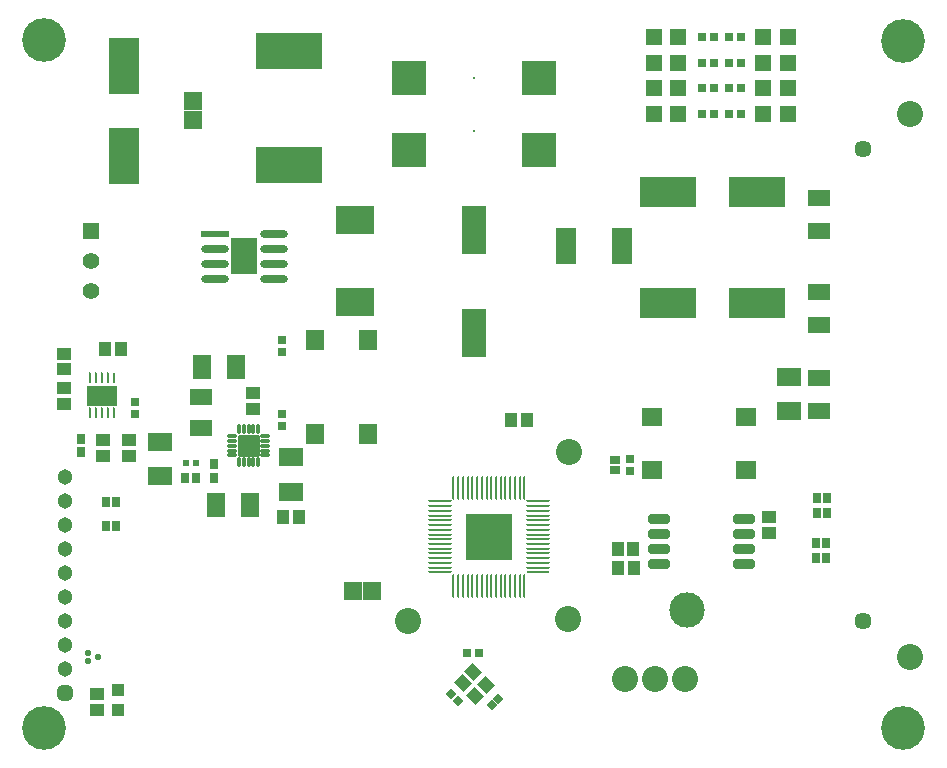
<source format=gts>
G04*
G04 #@! TF.GenerationSoftware,Altium Limited,Altium Designer,24.9.1 (31)*
G04*
G04 Layer_Color=8388736*
%FSLAX44Y44*%
%MOMM*%
G71*
G04*
G04 #@! TF.SameCoordinates,DBAFCBE9-9C6E-486A-AB20-CA00A55F4774*
G04*
G04*
G04 #@! TF.FilePolarity,Negative*
G04*
G01*
G75*
%ADD20R,1.6800X3.1500*%
%ADD21R,2.0000X4.1000*%
G04:AMPARAMS|DCode=40|XSize=0.2427mm|YSize=1.9552mm|CornerRadius=0.1214mm|HoleSize=0mm|Usage=FLASHONLY|Rotation=180.000|XOffset=0mm|YOffset=0mm|HoleType=Round|Shape=RoundedRectangle|*
%AMROUNDEDRECTD40*
21,1,0.2427,1.7125,0,0,180.0*
21,1,0.0000,1.9552,0,0,180.0*
1,1,0.2427,0.0000,0.8563*
1,1,0.2427,0.0000,0.8563*
1,1,0.2427,0.0000,-0.8563*
1,1,0.2427,0.0000,-0.8563*
%
%ADD40ROUNDEDRECTD40*%
G04:AMPARAMS|DCode=41|XSize=1.9552mm|YSize=0.2427mm|CornerRadius=0.1214mm|HoleSize=0mm|Usage=FLASHONLY|Rotation=180.000|XOffset=0mm|YOffset=0mm|HoleType=Round|Shape=RoundedRectangle|*
%AMROUNDEDRECTD41*
21,1,1.9552,0.0000,0,0,180.0*
21,1,1.7125,0.2427,0,0,180.0*
1,1,0.2427,-0.8563,0.0000*
1,1,0.2427,0.8563,0.0000*
1,1,0.2427,0.8563,0.0000*
1,1,0.2427,-0.8563,0.0000*
%
%ADD41ROUNDEDRECTD41*%
%ADD42R,1.9552X0.2427*%
G04:AMPARAMS|DCode=51|XSize=0.9311mm|YSize=0.2393mm|CornerRadius=0.1196mm|HoleSize=0mm|Usage=FLASHONLY|Rotation=270.000|XOffset=0mm|YOffset=0mm|HoleType=Round|Shape=RoundedRectangle|*
%AMROUNDEDRECTD51*
21,1,0.9311,0.0000,0,0,270.0*
21,1,0.6918,0.2393,0,0,270.0*
1,1,0.2393,0.0000,-0.3459*
1,1,0.2393,0.0000,0.3459*
1,1,0.2393,0.0000,0.3459*
1,1,0.2393,0.0000,-0.3459*
%
%ADD51ROUNDEDRECTD51*%
%ADD52R,0.2393X0.9311*%
G04:AMPARAMS|DCode=55|XSize=2.3531mm|YSize=0.6221mm|CornerRadius=0.3111mm|HoleSize=0mm|Usage=FLASHONLY|Rotation=0.000|XOffset=0mm|YOffset=0mm|HoleType=Round|Shape=RoundedRectangle|*
%AMROUNDEDRECTD55*
21,1,2.3531,0.0000,0,0,0.0*
21,1,1.7310,0.6221,0,0,0.0*
1,1,0.6221,0.8655,0.0000*
1,1,0.6221,-0.8655,0.0000*
1,1,0.6221,-0.8655,0.0000*
1,1,0.6221,0.8655,0.0000*
%
%ADD55ROUNDEDRECTD55*%
%ADD56R,2.3531X0.6221*%
%ADD62C,3.0000*%
G04:AMPARAMS|DCode=63|XSize=1.8132mm|YSize=0.8032mm|CornerRadius=0.1766mm|HoleSize=0mm|Usage=FLASHONLY|Rotation=180.000|XOffset=0mm|YOffset=0mm|HoleType=Round|Shape=RoundedRectangle|*
%AMROUNDEDRECTD63*
21,1,1.8132,0.4500,0,0,180.0*
21,1,1.4600,0.8032,0,0,180.0*
1,1,0.3532,-0.7300,0.2250*
1,1,0.3532,0.7300,0.2250*
1,1,0.3532,0.7300,-0.2250*
1,1,0.3532,-0.7300,-0.2250*
%
%ADD63ROUNDEDRECTD63*%
G04:AMPARAMS|DCode=64|XSize=0.4032mm|YSize=0.8032mm|CornerRadius=0.1516mm|HoleSize=0mm|Usage=FLASHONLY|Rotation=180.000|XOffset=0mm|YOffset=0mm|HoleType=Round|Shape=RoundedRectangle|*
%AMROUNDEDRECTD64*
21,1,0.4032,0.5000,0,0,180.0*
21,1,0.1000,0.8032,0,0,180.0*
1,1,0.3032,-0.0500,0.2500*
1,1,0.3032,0.0500,0.2500*
1,1,0.3032,0.0500,-0.2500*
1,1,0.3032,-0.0500,-0.2500*
%
%ADD64ROUNDEDRECTD64*%
G04:AMPARAMS|DCode=65|XSize=0.4032mm|YSize=0.8032mm|CornerRadius=0.1516mm|HoleSize=0mm|Usage=FLASHONLY|Rotation=90.000|XOffset=0mm|YOffset=0mm|HoleType=Round|Shape=RoundedRectangle|*
%AMROUNDEDRECTD65*
21,1,0.4032,0.5000,0,0,90.0*
21,1,0.1000,0.8032,0,0,90.0*
1,1,0.3032,0.2500,0.0500*
1,1,0.3032,0.2500,-0.0500*
1,1,0.3032,-0.2500,-0.0500*
1,1,0.3032,-0.2500,0.0500*
%
%ADD65ROUNDEDRECTD65*%
G04:AMPARAMS|DCode=66|XSize=1.9032mm|YSize=1.9032mm|CornerRadius=0.1526mm|HoleSize=0mm|Usage=FLASHONLY|Rotation=270.000|XOffset=0mm|YOffset=0mm|HoleType=Round|Shape=RoundedRectangle|*
%AMROUNDEDRECTD66*
21,1,1.9032,1.5980,0,0,270.0*
21,1,1.5980,1.9032,0,0,270.0*
1,1,0.3052,-0.7990,-0.7990*
1,1,0.3052,-0.7990,0.7990*
1,1,0.3052,0.7990,0.7990*
1,1,0.3052,0.7990,-0.7990*
%
%ADD66ROUNDEDRECTD66*%
%ADD67R,3.0032X3.0032*%
%ADD68R,0.8032X0.8432*%
%ADD69R,0.8032X0.9532*%
%ADD70R,0.6032X0.5032*%
%ADD71R,1.2032X1.1032*%
%ADD72R,2.0032X1.5032*%
%ADD73R,1.1532X1.0532*%
G04:AMPARAMS|DCode=74|XSize=0.5032mm|YSize=0.5032mm|CornerRadius=0.1511mm|HoleSize=0mm|Usage=FLASHONLY|Rotation=270.000|XOffset=0mm|YOffset=0mm|HoleType=Round|Shape=RoundedRectangle|*
%AMROUNDEDRECTD74*
21,1,0.5032,0.2010,0,0,270.0*
21,1,0.2010,0.5032,0,0,270.0*
1,1,0.3022,-0.1005,-0.1005*
1,1,0.3022,-0.1005,0.1005*
1,1,0.3022,0.1005,0.1005*
1,1,0.3022,0.1005,-0.1005*
%
%ADD74ROUNDEDRECTD74*%
%ADD75R,1.0032X1.1032*%
%ADD76R,1.5032X2.0032*%
%ADD77R,1.5032X1.6032*%
%ADD78R,1.1032X1.2032*%
%ADD79R,0.8032X0.7032*%
%ADD80R,1.0532X1.1532*%
%ADD81R,0.8432X0.8032*%
%ADD82R,3.9000X3.9000*%
%ADD83R,1.4032X1.4032*%
%ADD84R,0.7032X0.8032*%
%ADD85R,4.7532X2.5032*%
%ADD86R,1.7500X1.5000*%
%ADD87R,1.8532X1.4032*%
G04:AMPARAMS|DCode=88|XSize=0.6032mm|YSize=0.7032mm|CornerRadius=0mm|HoleSize=0mm|Usage=FLASHONLY|Rotation=225.000|XOffset=0mm|YOffset=0mm|HoleType=Round|Shape=Rectangle|*
%AMROTATEDRECTD88*
4,1,4,-0.0354,0.4619,0.4619,-0.0354,0.0354,-0.4619,-0.4619,0.0354,-0.0354,0.4619,0.0*
%
%ADD88ROTATEDRECTD88*%

G04:AMPARAMS|DCode=89|XSize=1.0032mm|YSize=1.1032mm|CornerRadius=0mm|HoleSize=0mm|Usage=FLASHONLY|Rotation=225.000|XOffset=0mm|YOffset=0mm|HoleType=Round|Shape=Rectangle|*
%AMROTATEDRECTD89*
4,1,4,-0.0354,0.7447,0.7447,-0.0354,0.0354,-0.7447,-0.7447,0.0354,-0.0354,0.7447,0.0*
%
%ADD89ROTATEDRECTD89*%

G04:AMPARAMS|DCode=90|XSize=0.6032mm|YSize=0.7032mm|CornerRadius=0mm|HoleSize=0mm|Usage=FLASHONLY|Rotation=315.000|XOffset=0mm|YOffset=0mm|HoleType=Round|Shape=Rectangle|*
%AMROTATEDRECTD90*
4,1,4,-0.4619,-0.0354,0.0354,0.4619,0.4619,0.0354,-0.0354,-0.4619,-0.4619,-0.0354,0.0*
%
%ADD90ROTATEDRECTD90*%

%ADD91R,2.5000X1.7500*%
%ADD92R,1.9532X1.4032*%
%ADD93R,2.5032X4.7532*%
%ADD94R,2.3000X3.1000*%
%ADD95R,5.6032X3.1032*%
%ADD96R,1.6032X1.5032*%
%ADD97R,1.5000X1.7500*%
%ADD98R,3.3132X2.4532*%
%ADD99C,3.7032*%
%ADD100C,2.2032*%
%ADD101C,1.4532*%
%ADD102C,1.3032*%
G04:AMPARAMS|DCode=103|XSize=1.3032mm|YSize=1.3032mm|CornerRadius=0.3766mm|HoleSize=0mm|Usage=FLASHONLY|Rotation=180.000|XOffset=0mm|YOffset=0mm|HoleType=Round|Shape=RoundedRectangle|*
%AMROUNDEDRECTD103*
21,1,1.3032,0.5500,0,0,180.0*
21,1,0.5500,1.3032,0,0,180.0*
1,1,0.7532,-0.2750,0.2750*
1,1,0.7532,0.2750,0.2750*
1,1,0.7532,0.2750,-0.2750*
1,1,0.7532,-0.2750,-0.2750*
%
%ADD103ROUNDEDRECTD103*%
%ADD104R,1.3890X1.3890*%
%ADD105C,1.3890*%
%ADD106C,0.2032*%
D20*
X468860Y435610D02*
D03*
X516660D02*
D03*
D21*
X391160Y361630D02*
D03*
Y448630D02*
D03*
D40*
X433860Y147475D02*
D03*
X429860D02*
D03*
X425860D02*
D03*
X421860D02*
D03*
X417860D02*
D03*
X413860D02*
D03*
X409860D02*
D03*
X405860D02*
D03*
X401860D02*
D03*
X397860D02*
D03*
X393860D02*
D03*
X389860D02*
D03*
X385860D02*
D03*
X381860D02*
D03*
X377860D02*
D03*
X373860D02*
D03*
Y230985D02*
D03*
X377860D02*
D03*
X381860D02*
D03*
X385860D02*
D03*
X389860D02*
D03*
X393860D02*
D03*
X397860D02*
D03*
X401860D02*
D03*
X405860D02*
D03*
X409860D02*
D03*
X413860D02*
D03*
X417860D02*
D03*
X421860D02*
D03*
X425860D02*
D03*
X429860D02*
D03*
X433860D02*
D03*
D41*
X362105Y159230D02*
D03*
Y163230D02*
D03*
Y167230D02*
D03*
Y171230D02*
D03*
Y175230D02*
D03*
Y179230D02*
D03*
Y183230D02*
D03*
Y187230D02*
D03*
Y191230D02*
D03*
Y195230D02*
D03*
Y199230D02*
D03*
Y203230D02*
D03*
Y207230D02*
D03*
Y211230D02*
D03*
Y215230D02*
D03*
Y219230D02*
D03*
X445615D02*
D03*
Y215230D02*
D03*
Y211230D02*
D03*
Y207230D02*
D03*
Y203230D02*
D03*
Y199230D02*
D03*
Y195230D02*
D03*
Y191230D02*
D03*
Y187230D02*
D03*
Y183230D02*
D03*
Y179230D02*
D03*
Y175230D02*
D03*
Y171230D02*
D03*
Y167230D02*
D03*
Y163230D02*
D03*
D42*
Y159230D02*
D03*
D51*
X86200Y293705D02*
D03*
X81200D02*
D03*
X76200D02*
D03*
X71200D02*
D03*
X66200D02*
D03*
Y323515D02*
D03*
X71200D02*
D03*
X76200D02*
D03*
X81200D02*
D03*
D52*
X86200D02*
D03*
D55*
X221616Y445770D02*
D03*
Y433070D02*
D03*
Y420370D02*
D03*
Y407670D02*
D03*
X172084D02*
D03*
Y420370D02*
D03*
Y433070D02*
D03*
D56*
Y445770D02*
D03*
D62*
X571500Y127000D02*
D03*
D63*
X620250Y166370D02*
D03*
Y179070D02*
D03*
Y191770D02*
D03*
Y204470D02*
D03*
X548150D02*
D03*
Y191770D02*
D03*
Y179070D02*
D03*
Y166370D02*
D03*
D64*
X208330Y280305D02*
D03*
X204330D02*
D03*
X200330D02*
D03*
X196330D02*
D03*
X192330D02*
D03*
Y252305D02*
D03*
X196330D02*
D03*
X200330D02*
D03*
X204330D02*
D03*
X208330D02*
D03*
D65*
X186330Y274305D02*
D03*
Y270305D02*
D03*
Y266305D02*
D03*
Y262305D02*
D03*
Y258305D02*
D03*
X214330D02*
D03*
Y262305D02*
D03*
Y266305D02*
D03*
Y270305D02*
D03*
Y274305D02*
D03*
D66*
X200330Y266305D02*
D03*
D67*
X336160Y577490D02*
D03*
X446160D02*
D03*
Y516490D02*
D03*
X336160D02*
D03*
D68*
X155530Y238695D02*
D03*
X146730D02*
D03*
X79670Y198120D02*
D03*
X88470D02*
D03*
Y218440D02*
D03*
X79670D02*
D03*
X690200Y209550D02*
D03*
X681400D02*
D03*
X680810Y171450D02*
D03*
X689610D02*
D03*
Y184150D02*
D03*
X680810D02*
D03*
X690200Y222250D02*
D03*
X681400D02*
D03*
D69*
X171450Y250795D02*
D03*
Y239295D02*
D03*
X58420Y272450D02*
D03*
Y260950D02*
D03*
D70*
X156210Y251395D02*
D03*
X147210D02*
D03*
D71*
X99060Y270910D02*
D03*
Y257410D02*
D03*
X76962Y270910D02*
D03*
Y257410D02*
D03*
X204470Y297180D02*
D03*
Y310680D02*
D03*
D72*
X125730Y240770D02*
D03*
Y269770D02*
D03*
X236220Y227540D02*
D03*
Y256540D02*
D03*
X657860Y295380D02*
D03*
Y324380D02*
D03*
D73*
X72390Y43030D02*
D03*
Y56030D02*
D03*
X641350Y205890D02*
D03*
Y192890D02*
D03*
X44450Y315110D02*
D03*
Y302110D02*
D03*
Y344320D02*
D03*
Y331320D02*
D03*
D74*
X64330Y91130D02*
D03*
X72830Y87630D02*
D03*
X64330Y84130D02*
D03*
D75*
X90170Y59300D02*
D03*
Y42300D02*
D03*
D76*
X201930Y215835D02*
D03*
X172930D02*
D03*
X189760Y332740D02*
D03*
X160760D02*
D03*
D77*
X304800Y143510D02*
D03*
X288800D02*
D03*
D78*
X242970Y205740D02*
D03*
X229470D02*
D03*
X526580Y162560D02*
D03*
X513080D02*
D03*
X78740Y347980D02*
D03*
X92240D02*
D03*
D79*
X522940Y245110D02*
D03*
Y255110D02*
D03*
X104140Y303450D02*
D03*
Y293450D02*
D03*
X228600Y293225D02*
D03*
Y283225D02*
D03*
Y345520D02*
D03*
Y355520D02*
D03*
D80*
X525930Y179070D02*
D03*
X512930D02*
D03*
X422760Y288290D02*
D03*
X435760D02*
D03*
D81*
X510240Y245710D02*
D03*
Y254510D02*
D03*
D82*
X403860Y189230D02*
D03*
D83*
X543220Y568960D02*
D03*
X564220D02*
D03*
X543220Y590550D02*
D03*
X564220D02*
D03*
X543220Y612140D02*
D03*
X564220D02*
D03*
Y547370D02*
D03*
X543220D02*
D03*
X635930D02*
D03*
X656930D02*
D03*
X635930Y568960D02*
D03*
X656930D02*
D03*
Y590550D02*
D03*
X635930D02*
D03*
X656930Y612140D02*
D03*
X635930D02*
D03*
D84*
X584360Y568960D02*
D03*
X594360D02*
D03*
X584280Y590550D02*
D03*
X594280D02*
D03*
X584280Y612140D02*
D03*
X594280D02*
D03*
Y547370D02*
D03*
X584280D02*
D03*
X617140D02*
D03*
X607140D02*
D03*
X607060Y568960D02*
D03*
X617060D02*
D03*
Y590550D02*
D03*
X607060D02*
D03*
X617140Y612140D02*
D03*
X607140D02*
D03*
X395150Y91231D02*
D03*
X385150D02*
D03*
D85*
X631090Y481330D02*
D03*
X555090D02*
D03*
Y387350D02*
D03*
X631090D02*
D03*
D86*
X621410Y245470D02*
D03*
X541910D02*
D03*
X621410Y290470D02*
D03*
X541910D02*
D03*
D87*
X683260Y295880D02*
D03*
Y323880D02*
D03*
Y368270D02*
D03*
Y396270D02*
D03*
Y448280D02*
D03*
Y476280D02*
D03*
D88*
X406112Y46702D02*
D03*
X411768Y52358D02*
D03*
D89*
X392481Y54661D02*
D03*
X381521Y65621D02*
D03*
X390360Y74460D02*
D03*
X401320Y63500D02*
D03*
D90*
X377478Y50512D02*
D03*
X371822Y56168D02*
D03*
D91*
X76200Y308610D02*
D03*
D92*
X160020Y307325D02*
D03*
Y281825D02*
D03*
D93*
X95250Y511910D02*
D03*
Y587910D02*
D03*
D94*
X196850Y426720D02*
D03*
D95*
X234950Y600950D02*
D03*
Y503950D02*
D03*
D96*
X153670Y541910D02*
D03*
Y557910D02*
D03*
D97*
X256900Y276480D02*
D03*
Y355980D02*
D03*
X301900Y276480D02*
D03*
X301900Y355980D02*
D03*
D98*
X290830Y457510D02*
D03*
Y388310D02*
D03*
D99*
X27540Y27540D02*
D03*
X754380D02*
D03*
X27540Y609600D02*
D03*
X754380Y608730D02*
D03*
D100*
X760730Y547630D02*
D03*
Y87630D02*
D03*
X544830Y68580D02*
D03*
X519430D02*
D03*
X570230D02*
D03*
X335280Y118110D02*
D03*
X471170Y119380D02*
D03*
X472060Y261240D02*
D03*
D101*
X720730Y517630D02*
D03*
Y117630D02*
D03*
D102*
X44700Y138430D02*
D03*
Y219710D02*
D03*
Y199390D02*
D03*
Y179070D02*
D03*
Y158750D02*
D03*
Y118110D02*
D03*
Y97790D02*
D03*
Y77470D02*
D03*
Y240030D02*
D03*
D103*
Y57150D02*
D03*
D104*
X67310Y448310D02*
D03*
D105*
Y422910D02*
D03*
Y397510D02*
D03*
D106*
X391160Y577490D02*
D03*
Y532490D02*
D03*
M02*

</source>
